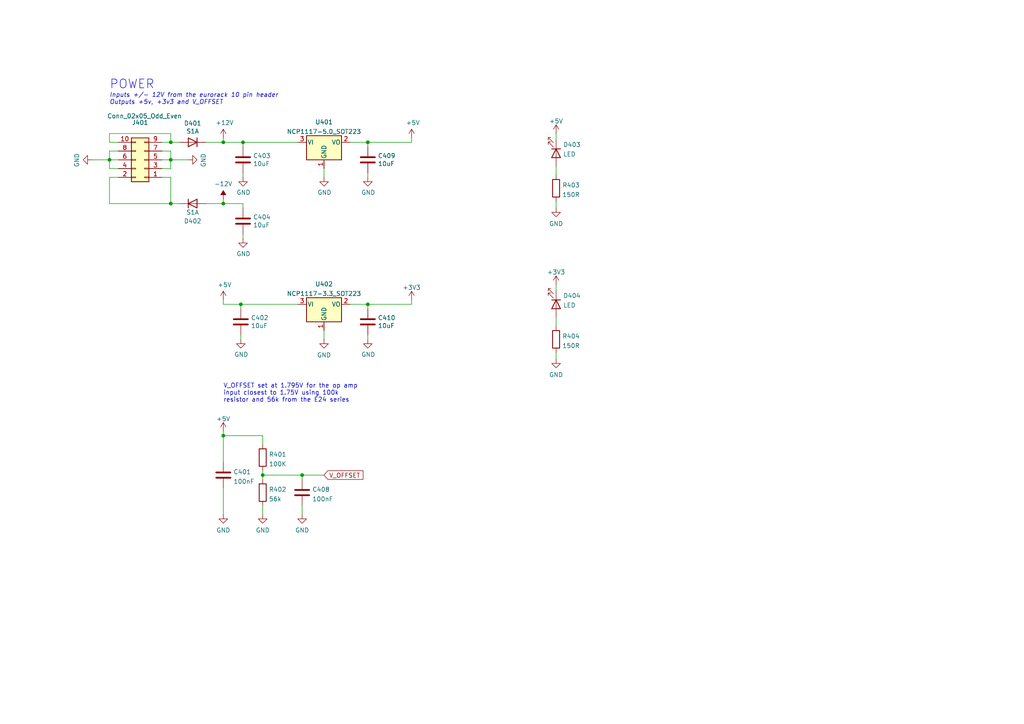
<source format=kicad_sch>
(kicad_sch (version 20211123) (generator eeschema)
  (paper "A4")
  (lib_symbols
    (symbol "+5V_1" (power) (pin_names (offset 0))
      (property "Value" "+5V_1" (at 0 3.556 0))
      (symbol "+5V_1_0_1"
        (polyline (pts (xy -0.762 1.27) (xy 0 2.54)))
        (polyline (pts (xy 0 0) (xy 0 2.54)))
        (polyline (pts (xy 0 2.54) (xy 0.762 1.27)))
      )
      (symbol "+5V_1_1_1"
        (pin power_in line (at 0 0 90) (length 0) hide (name "+5V") (number "1"))
      )
    )
    (symbol "+5V_2" (power) (pin_names (offset 0))
      (property "Value" "+5V_2" (at 0 3.556 0))
      (symbol "+5V_2_0_1"
        (polyline (pts (xy -0.762 1.27) (xy 0 2.54)))
        (polyline (pts (xy 0 0) (xy 0 2.54)))
        (polyline (pts (xy 0 2.54) (xy 0.762 1.27)))
      )
      (symbol "+5V_2_1_1"
        (pin power_in line (at 0 0 90) (length 0) hide (name "+5V") (number "1"))
      )
    )
    (symbol "C_3" (pin_numbers hide) (pin_names (offset 0.254))
      (property "Reference" "C" (at 0.635 2.54 0))
      (property "Value" "C_3" (at 0.635 -2.54 0))
      (symbol "C_3_0_1"
        (polyline (pts (xy -2.032 -0.762) (xy 2.032 -0.762)) (stroke (width 0.508)))
        (polyline (pts (xy -2.032 0.762) (xy 2.032 0.762)) (stroke (width 0.508)))
      )
      (symbol "C_3_1_1"
        (pin passive line (at 0 3.81 270) (length 2.794) (name "~") (number "1"))
        (pin passive line (at 0 -3.81 90) (length 2.794) (name "~") (number "2"))
      )
    )
    (symbol "Connector_Generic:Conn_02x05_Odd_Even" (pin_names (offset 1.016) hide)
      (property "Reference" "J" (at 1.27 7.62 0))
      (property "Value" "Connector_Generic_Conn_02x05_Odd_Even" (at 1.27 -7.62 0))
      (symbol "Conn_02x05_Odd_Even_1_1"
        (rectangle (start -1.27 -4.953) (end 0 -5.207) (stroke (width 0.1524)))
        (rectangle (start -1.27 -2.413) (end 0 -2.667) (stroke (width 0.1524)))
        (rectangle (start -1.27 0.127) (end 0 -0.127) (stroke (width 0.1524)))
        (rectangle (start -1.27 2.667) (end 0 2.413) (stroke (width 0.1524)))
        (rectangle (start -1.27 5.207) (end 0 4.953) (stroke (width 0.1524)))
        (rectangle (start -1.27 6.35) (end 3.81 -6.35) (stroke (width 0.254)) (fill (type background)))
        (rectangle (start 3.81 -4.953) (end 2.54 -5.207) (stroke (width 0.1524)))
        (rectangle (start 3.81 -2.413) (end 2.54 -2.667) (stroke (width 0.1524)))
        (rectangle (start 3.81 0.127) (end 2.54 -0.127) (stroke (width 0.1524)))
        (rectangle (start 3.81 2.667) (end 2.54 2.413) (stroke (width 0.1524)))
        (rectangle (start 3.81 5.207) (end 2.54 4.953) (stroke (width 0.1524)))
        (pin passive line (at -5.08 5.08 0) (length 3.81) (name "Pin_1") (number "1"))
        (pin passive line (at 7.62 -5.08 180) (length 3.81) (name "Pin_10") (number "10"))
        (pin passive line (at 7.62 5.08 180) (length 3.81) (name "Pin_2") (number "2"))
        (pin passive line (at -5.08 2.54 0) (length 3.81) (name "Pin_3") (number "3"))
        (pin passive line (at 7.62 2.54 180) (length 3.81) (name "Pin_4") (number "4"))
        (pin passive line (at -5.08 0 0) (length 3.81) (name "Pin_5") (number "5"))
        (pin passive line (at 7.62 0 180) (length 3.81) (name "Pin_6") (number "6"))
        (pin passive line (at -5.08 -2.54 0) (length 3.81) (name "Pin_7") (number "7"))
        (pin passive line (at 7.62 -2.54 180) (length 3.81) (name "Pin_8") (number "8"))
        (pin passive line (at -5.08 -5.08 0) (length 3.81) (name "Pin_9") (number "9"))
      )
    )
    (symbol "Device:C" (pin_numbers hide) (pin_names (offset 0.254))
      (property "Reference" "C" (at 0.635 2.54 0))
      (property "Value" "Device_C" (at 0.635 -2.54 0))
      (symbol "C_0_1"
        (polyline (pts (xy -2.032 -0.762) (xy 2.032 -0.762)) (stroke (width 0.508)))
        (polyline (pts (xy -2.032 0.762) (xy 2.032 0.762)) (stroke (width 0.508)))
      )
      (symbol "C_1_1"
        (pin passive line (at 0 3.81 270) (length 2.794) (name "~") (number "1"))
        (pin passive line (at 0 -3.81 90) (length 2.794) (name "~") (number "2"))
      )
    )
    (symbol "Device:D" (pin_numbers hide) (pin_names (offset 1.016) hide)
      (property "Reference" "D" (at 0 2.54 0))
      (property "Value" "Device_D" (at 0 -2.54 0))
      (symbol "D_0_1"
        (polyline (pts (xy -1.27 1.27) (xy -1.27 -1.27)) (stroke (width 0.254)))
        (polyline (pts (xy 1.27 0) (xy -1.27 0)))
        (polyline (pts (xy 1.27 1.27) (xy 1.27 -1.27) (xy -1.27 0) (xy 1.27 1.27)) (stroke (width 0.254)))
      )
      (symbol "D_1_1"
        (pin passive line (at -3.81 0 0) (length 2.54) (name "K") (number "1"))
        (pin passive line (at 3.81 0 180) (length 2.54) (name "A") (number "2"))
      )
    )
    (symbol "Device:LED" (pin_numbers hide) (pin_names (offset 1.016) hide)
      (property "Reference" "D" (at 0 2.54 0))
      (property "Value" "LED" (at 0 -2.54 0))
      (symbol "LED_0_1"
        (polyline (pts (xy -1.27 -1.27) (xy -1.27 1.27)) (stroke (width 0.254)))
        (polyline (pts (xy -1.27 0) (xy 1.27 0)))
        (polyline (pts (xy 1.27 -1.27) (xy 1.27 1.27) (xy -1.27 0) (xy 1.27 -1.27)) (stroke (width 0.254)))
        (polyline (pts (xy -3.048 -0.762) (xy -4.572 -2.286) (xy -3.81 -2.286) (xy -4.572 -2.286) (xy -4.572 -1.524)))
        (polyline (pts (xy -1.778 -0.762) (xy -3.302 -2.286) (xy -2.54 -2.286) (xy -3.302 -2.286) (xy -3.302 -1.524)))
      )
      (symbol "LED_1_1"
        (pin passive line (at -3.81 0 0) (length 2.54) (name "K") (number "1"))
        (pin passive line (at 3.81 0 180) (length 2.54) (name "A") (number "2"))
      )
    )
    (symbol "Device:R" (pin_numbers hide) (pin_names (offset 0))
      (property "Reference" "R" (at 2.032 0 90))
      (property "Value" "R" (at 0 0 90))
      (symbol "R_0_1"
        (rectangle (start -1.016 -2.54) (end 1.016 2.54) (stroke (width 0.254)))
      )
      (symbol "R_1_1"
        (pin passive line (at 0 3.81 270) (length 1.27) (name "~") (number "1"))
        (pin passive line (at 0 -3.81 90) (length 1.27) (name "~") (number "2"))
      )
    )
    (symbol "GND_1" (power) (pin_names (offset 0))
      (property "Value" "GND_1" (at 0 -3.81 0))
      (symbol "GND_1_0_1"
        (polyline (pts (xy 0 0) (xy 0 -1.27) (xy 1.27 -1.27) (xy 0 -2.54) (xy -1.27 -1.27) (xy 0 -1.27)))
      )
      (symbol "GND_1_1_1"
        (pin power_in line (at 0 0 270) (length 0) hide (name "GND") (number "1"))
      )
    )
    (symbol "GND_14" (power) (pin_names (offset 0))
      (property "Value" "GND_14" (at 0 -3.81 0))
      (symbol "GND_14_0_1"
        (polyline (pts (xy 0 0) (xy 0 -1.27) (xy 1.27 -1.27) (xy 0 -2.54) (xy -1.27 -1.27) (xy 0 -1.27)))
      )
      (symbol "GND_14_1_1"
        (pin power_in line (at 0 0 270) (length 0) hide (name "GND") (number "1"))
      )
    )
    (symbol "GND_15" (power) (pin_names (offset 0))
      (property "Value" "GND_15" (at 0 -3.81 0))
      (symbol "GND_15_0_1"
        (polyline (pts (xy 0 0) (xy 0 -1.27) (xy 1.27 -1.27) (xy 0 -2.54) (xy -1.27 -1.27) (xy 0 -1.27)))
      )
      (symbol "GND_15_1_1"
        (pin power_in line (at 0 0 270) (length 0) hide (name "GND") (number "1"))
      )
    )
    (symbol "GND_16" (power) (pin_names (offset 0))
      (property "Value" "GND_16" (at 0 -3.81 0))
      (symbol "GND_16_0_1"
        (polyline (pts (xy 0 0) (xy 0 -1.27) (xy 1.27 -1.27) (xy 0 -2.54) (xy -1.27 -1.27) (xy 0 -1.27)))
      )
      (symbol "GND_16_1_1"
        (pin power_in line (at 0 0 270) (length 0) hide (name "GND") (number "1"))
      )
    )
    (symbol "GND_6" (power) (pin_names (offset 0))
      (property "Value" "GND_6" (at 0 -3.81 0))
      (symbol "GND_6_0_1"
        (polyline (pts (xy 0 0) (xy 0 -1.27) (xy 1.27 -1.27) (xy 0 -2.54) (xy -1.27 -1.27) (xy 0 -1.27)))
      )
      (symbol "GND_6_1_1"
        (pin power_in line (at 0 0 270) (length 0) hide (name "GND") (number "1"))
      )
    )
    (symbol "Regulator_Linear:NCP1117-3.3_SOT223" (pin_names (offset 0.254))
      (property "Reference" "U" (at -3.81 3.175 0))
      (property "Value" "NCP1117-3.3_SOT223" (at 0 3.175 0))
      (symbol "NCP1117-3.3_SOT223_0_1"
        (rectangle (start -5.08 -5.08) (end 5.08 1.905) (stroke (width 0.254)) (fill (type background)))
      )
      (symbol "NCP1117-3.3_SOT223_1_1"
        (pin power_in line (at 0 -7.62 90) (length 2.54) (name "GND") (number "1"))
        (pin power_out line (at 7.62 0 180) (length 2.54) (name "VO") (number "2"))
        (pin power_in line (at -7.62 0 0) (length 2.54) (name "VI") (number "3"))
      )
    )
    (symbol "Regulator_Linear:NCP1117-5.0_SOT223" (pin_names (offset 0.254))
      (property "Reference" "U" (at -3.81 3.175 0))
      (property "Value" "NCP1117-5.0_SOT223" (at 0 3.175 0))
      (symbol "NCP1117-5.0_SOT223_0_1"
        (rectangle (start -5.08 -5.08) (end 5.08 1.905) (stroke (width 0.254)) (fill (type background)))
      )
      (symbol "NCP1117-5.0_SOT223_1_1"
        (pin power_in line (at 0 -7.62 90) (length 2.54) (name "GND") (number "1"))
        (pin power_out line (at 7.62 0 180) (length 2.54) (name "VO") (number "2"))
        (pin power_in line (at -7.62 0 0) (length 2.54) (name "VI") (number "3"))
      )
    )
    (symbol "power:+12V" (power) (pin_names (offset 0))
      (property "Value" "power_+12V" (at 0 3.556 0))
      (symbol "+12V_0_1"
        (polyline (pts (xy -0.762 1.27) (xy 0 2.54)))
        (polyline (pts (xy 0 0) (xy 0 2.54)))
        (polyline (pts (xy 0 2.54) (xy 0.762 1.27)))
      )
      (symbol "+12V_1_1"
        (pin power_in line (at 0 0 90) (length 0) hide (name "+12V") (number "1"))
      )
    )
    (symbol "power:+3V3" (power) (pin_names (offset 0))
      (property "Value" "+3V3" (at 0 3.556 0))
      (symbol "+3V3_0_1"
        (polyline (pts (xy -0.762 1.27) (xy 0 2.54)))
        (polyline (pts (xy 0 0) (xy 0 2.54)))
        (polyline (pts (xy 0 2.54) (xy 0.762 1.27)))
      )
      (symbol "+3V3_1_1"
        (pin power_in line (at 0 0 90) (length 0) hide (name "+3V3") (number "1"))
      )
    )
    (symbol "power:+5V" (power) (pin_names (offset 0))
      (property "Value" "power_+5V" (at 0 3.556 0))
      (symbol "+5V_0_1"
        (polyline (pts (xy -0.762 1.27) (xy 0 2.54)))
        (polyline (pts (xy 0 0) (xy 0 2.54)))
        (polyline (pts (xy 0 2.54) (xy 0.762 1.27)))
      )
      (symbol "+5V_1_1"
        (pin power_in line (at 0 0 90) (length 0) hide (name "+5V") (number "1"))
      )
    )
    (symbol "power:-12V" (power) (pin_names (offset 0))
      (property "Value" "power_-12V" (at 0 3.81 0))
      (symbol "-12V_0_0"
        (pin power_in line (at 0 0 90) (length 0) hide (name "-12V") (number "1"))
      )
      (symbol "-12V_0_1"
        (polyline (pts (xy 0 0) (xy 0 1.27) (xy 0.762 1.27) (xy 0 2.54) (xy -0.762 1.27) (xy 0 1.27)) (fill (type outline)))
      )
    )
    (symbol "power:GND" (power) (pin_names (offset 0))
      (property "Value" "power_GND" (at 0 -3.81 0))
      (symbol "GND_0_1"
        (polyline (pts (xy 0 0) (xy 0 -1.27) (xy 1.27 -1.27) (xy 0 -2.54) (xy -1.27 -1.27) (xy 0 -1.27)))
      )
      (symbol "GND_1_1"
        (pin power_in line (at 0 0 270) (length 0) hide (name "GND") (number "1"))
      )
    )
  )
  (junction (at 76.2 137.795))
  (junction (at 87.63 137.795))
  (junction (at 64.77 41.275))
  (junction (at 69.85 88.265))
  (junction (at 64.77 59.055))
  (junction (at 31.75 46.355))
  (junction (at 106.68 41.275))
  (junction (at 70.485 41.275))
  (junction (at 49.53 41.275))
  (junction (at 106.68 88.265))
  (junction (at 49.53 46.355))
  (junction (at 49.53 59.055))
  (junction (at 64.77 126.365))
  (wire (pts (xy 70.485 60.325) (xy 70.485 59.055)))
  (wire (pts (xy 70.485 41.275) (xy 86.36 41.275)))
  (wire (pts (xy 64.77 141.605) (xy 64.77 149.225)))
  (wire (pts (xy 106.68 98.425) (xy 106.68 97.155)))
  (wire (pts (xy 64.77 126.365) (xy 76.2 126.365)))
  (wire (pts (xy 64.77 125.095) (xy 64.77 126.365)))
  (wire (pts (xy 64.77 57.785) (xy 64.77 59.055)))
  (wire (pts (xy 64.77 40.005) (xy 64.77 41.275)))
  (wire (pts (xy 31.75 48.895) (xy 34.29 48.895)))
  (wire (pts (xy 31.75 43.815) (xy 34.29 43.815)))
  (wire (pts (xy 64.77 59.055) (xy 70.485 59.055)))
  (wire (pts (xy 64.77 126.365) (xy 64.77 133.985)))
  (wire (pts (xy 46.99 51.435) (xy 49.53 51.435)))
  (wire (pts (xy 69.85 98.425) (xy 69.85 97.155)))
  (wire (pts (xy 101.6 88.265) (xy 106.68 88.265)))
  (wire (pts (xy 69.85 88.265) (xy 86.36 88.265)))
  (wire (pts (xy 46.99 46.355) (xy 49.53 46.355)))
  (wire (pts (xy 26.67 46.355) (xy 31.75 46.355)))
  (wire (pts (xy 49.53 59.055) (xy 52.07 59.055)))
  (wire (pts (xy 64.77 41.275) (xy 70.485 41.275)))
  (wire (pts (xy 161.29 58.42) (xy 161.29 60.325)))
  (wire (pts (xy 119.38 86.995) (xy 119.38 88.265)))
  (wire (pts (xy 161.29 38.735) (xy 161.29 40.64)))
  (wire (pts (xy 31.75 51.435) (xy 31.75 59.055)))
  (wire (pts (xy 106.68 88.265) (xy 119.38 88.265)))
  (wire (pts (xy 31.75 59.055) (xy 49.53 59.055)))
  (wire (pts (xy 31.75 38.735) (xy 49.53 38.735)))
  (wire (pts (xy 31.75 41.275) (xy 31.75 38.735)))
  (wire (pts (xy 76.2 137.795) (xy 87.63 137.795)))
  (wire (pts (xy 49.53 48.895) (xy 46.99 48.895)))
  (wire (pts (xy 76.2 137.795) (xy 76.2 139.065)))
  (wire (pts (xy 59.69 41.275) (xy 64.77 41.275)))
  (wire (pts (xy 46.99 41.275) (xy 49.53 41.275)))
  (wire (pts (xy 70.485 51.435) (xy 70.485 50.165)))
  (wire (pts (xy 161.29 48.26) (xy 161.29 50.8)))
  (wire (pts (xy 76.2 146.685) (xy 76.2 149.225)))
  (wire (pts (xy 70.485 69.215) (xy 70.485 67.945)))
  (wire (pts (xy 64.77 88.265) (xy 64.77 86.995)))
  (wire (pts (xy 76.2 128.905) (xy 76.2 126.365)))
  (wire (pts (xy 34.29 46.355) (xy 31.75 46.355)))
  (wire (pts (xy 93.98 48.895) (xy 93.98 51.435)))
  (wire (pts (xy 87.63 137.795) (xy 87.63 139.065)))
  (wire (pts (xy 31.75 46.355) (xy 31.75 48.895)))
  (wire (pts (xy 76.2 136.525) (xy 76.2 137.795)))
  (wire (pts (xy 34.29 51.435) (xy 31.75 51.435)))
  (wire (pts (xy 49.53 43.815) (xy 46.99 43.815)))
  (wire (pts (xy 49.53 59.055) (xy 49.53 51.435)))
  (wire (pts (xy 106.68 89.535) (xy 106.68 88.265)))
  (wire (pts (xy 70.485 42.545) (xy 70.485 41.275)))
  (wire (pts (xy 31.75 46.355) (xy 31.75 43.815)))
  (wire (pts (xy 161.29 102.235) (xy 161.29 104.14)))
  (wire (pts (xy 106.68 51.435) (xy 106.68 50.165)))
  (wire (pts (xy 119.38 41.275) (xy 119.38 40.005)))
  (wire (pts (xy 106.68 41.275) (xy 119.38 41.275)))
  (wire (pts (xy 87.63 146.685) (xy 87.63 149.225)))
  (wire (pts (xy 69.85 89.535) (xy 69.85 88.265)))
  (wire (pts (xy 49.53 38.735) (xy 49.53 41.275)))
  (wire (pts (xy 93.98 95.885) (xy 93.98 98.425)))
  (wire (pts (xy 34.29 41.275) (xy 31.75 41.275)))
  (wire (pts (xy 64.77 88.265) (xy 69.85 88.265)))
  (wire (pts (xy 49.53 41.275) (xy 52.07 41.275)))
  (wire (pts (xy 101.6 41.275) (xy 106.68 41.275)))
  (wire (pts (xy 161.29 82.55) (xy 161.29 84.455)))
  (wire (pts (xy 49.53 46.355) (xy 49.53 43.815)))
  (wire (pts (xy 161.29 92.075) (xy 161.29 94.615)))
  (wire (pts (xy 87.63 137.795) (xy 93.98 137.795)))
  (wire (pts (xy 59.69 59.055) (xy 64.77 59.055)))
  (wire (pts (xy 106.68 42.545) (xy 106.68 41.275)))
  (wire (pts (xy 49.53 46.355) (xy 49.53 48.895)))
  (wire (pts (xy 49.53 46.355) (xy 54.61 46.355)))
  (text "V_OFFSET set at 1.795V for the op amp\ninput closest to 1.75V using 100k\nresistor and 56k from the E24 series" (at 64.77 116.84 0) (effects (font (size 1.27 1.27)) (justify left bottom)))
  (text "POWER" (at 31.75 26.035 0) (effects (font (size 2.54 2.54)) (justify left bottom)))
  (text "Inputs +/- 12V from the eurorack 10 pin header\nOutputs +5v, +3v3 and V_OFFSET" (at 31.75 30.48 0) (effects (font (size 1.27 1.27) italic) (justify left bottom)))
  (global_label "V_OFFSET" (shape input) (at 93.98 137.795 0) (property "Intersheet References" "${INTERSHEET_REFS}" (effects hide)))
  (symbol (lib_id "Device:C") (at 106.68 93.345 0) (unit 1)
    (property "Reference" "C410" (at 109.601 92.1766 0) (effects (justify left)))
    (property "Value" "10uF" (at 109.601 94.488 0) (effects (justify left)))
    (property "Footprint" "Capacitor_SMD:C_0805_2012Metric_Pad1.18x1.45mm_HandSolder" (effects hide))
  )
  (symbol (lib_id "Device:R") (at 76.2 142.875 0) (unit 1)
    (property "Reference" "R402" (at 77.978 141.9665 0) (effects (justify left)))
    (property "Value" "56k" (at 77.978 144.7416 0) (effects (justify left)))
    (property "Footprint" "Resistor_SMD:R_0805_2012Metric_Pad1.20x1.40mm_HandSolder" (effects hide))
  )
  (symbol (lib_id "Device:LED") (at 161.29 44.45 270) (unit 1)
    (property "Reference" "D403" (at 163.322 41.954 90) (effects (justify left)))
    (property "Value" "LED" (at 163.322 44.7291 90) (effects (justify left)))
    (property "Footprint" "LED_SMD:LED_0805_2012Metric_Pad1.15x1.40mm_HandSolder" (effects hide))
  )
  (symbol (lib_id "Device:C") (at 70.485 46.355 0) (unit 1)
    (property "Reference" "C403" (at 73.406 45.1866 0) (effects (justify left)))
    (property "Value" "10uF" (at 73.406 47.498 0) (effects (justify left)))
    (property "Footprint" "Capacitor_SMD:C_0805_2012Metric_Pad1.18x1.45mm_HandSolder" (effects hide))
  )
  (symbol (lib_id "Connector_Generic:Conn_02x05_Odd_Even") (at 41.91 46.355 180) (unit 1)
    (property "Reference" "J401" (at 40.64 35.56 0))
    (property "Value" "Conn_02x05_Odd_Even" (at 41.91 33.655 0))
    (property "Footprint" "Connector_IDC:IDC-Header_2x05_P2.54mm_Horizontal" (effects hide))
  )
  (symbol (lib_id "power:+3V3") (at 119.38 86.995 0) (unit 1)
    (property "Reference" "#PWR0423" (effects hide))
    (property "Value" "+3V3" (at 119.38 83.3905 0))
  )
  (symbol (lib_name "GND_15") (lib_id "power:GND") (at 64.77 149.225 0) (unit 1)
    (property "Reference" "#PWR0407" (effects hide))
    (property "Value" "GND" (at 64.77 153.7875 0))
  )
  (symbol (lib_id "Regulator_Linear:NCP1117-5.0_SOT223") (at 93.98 41.275 0) (unit 1)
    (property "Reference" "U401" (at 93.98 35.4035 0))
    (property "Value" "NCP1117-5.0_SOT223" (at 93.98 38.1786 0))
    (property "Footprint" "Package_TO_SOT_SMD:SOT-223-3_TabPin2" (effects hide))
    (property "Datasheet" "http://www.onsemi.com/pub_link/Collateral/NCP1117-D.PDF" (effects hide))
  )
  (symbol (lib_name "GND_16") (lib_id "power:GND") (at 87.63 149.225 0) (unit 1)
    (property "Reference" "#PWR0415" (effects hide))
    (property "Value" "GND" (at 87.63 153.7875 0))
  )
  (symbol (lib_name "C_3") (lib_id "Device:C") (at 64.77 137.795 0) (unit 1)
    (property "Reference" "C401" (at 67.691 136.8865 0) (effects (justify left)))
    (property "Value" "100nF" (at 67.691 139.6616 0) (effects (justify left)))
    (property "Footprint" "Capacitor_SMD:C_0805_2012Metric_Pad1.18x1.45mm_HandSolder" (effects hide))
  )
  (symbol (lib_id "power:GND") (at 106.68 51.435 0) (unit 1)
    (property "Reference" "#PWR0418" (effects hide))
    (property "Value" "GND" (at 106.807 55.8292 0))
  )
  (symbol (lib_id "Device:R") (at 161.29 98.425 0) (unit 1)
    (property "Reference" "R404" (at 163.068 97.5165 0) (effects (justify left)))
    (property "Value" "150R" (at 163.068 100.2916 0) (effects (justify left)))
    (property "Footprint" "Resistor_SMD:R_0805_2012Metric_Pad1.20x1.40mm_HandSolder" (effects hide))
  )
  (symbol (lib_id "power:+5V") (at 119.38 40.005 0) (unit 1)
    (property "Reference" "#PWR0422" (effects hide))
    (property "Value" "+5V" (at 119.761 35.6108 0))
  )
  (symbol (lib_id "power:+3V3") (at 161.29 82.55 0) (unit 1)
    (property "Reference" "#PWR0141" (effects hide))
    (property "Value" "+3V3" (at 161.29 78.9455 0))
  )
  (symbol (lib_id "power:GND") (at 69.85 98.425 0) (unit 1)
    (property "Reference" "#PWR0408" (effects hide))
    (property "Value" "GND" (at 69.977 102.8192 0))
  )
  (symbol (lib_id "power:+12V") (at 64.77 40.005 0) (unit 1)
    (property "Reference" "#PWR0403" (effects hide))
    (property "Value" "+12V" (at 65.151 35.6108 0))
  )
  (symbol (lib_id "Device:C") (at 69.85 93.345 0) (unit 1)
    (property "Reference" "C402" (at 72.771 92.1766 0) (effects (justify left)))
    (property "Value" "10uF" (at 72.771 94.488 0) (effects (justify left)))
    (property "Footprint" "Capacitor_SMD:C_0805_2012Metric_Pad1.18x1.45mm_HandSolder" (effects hide))
  )
  (symbol (lib_id "power:+5V") (at 64.77 86.995 0) (unit 1)
    (property "Reference" "#PWR0405" (effects hide))
    (property "Value" "+5V" (at 65.151 82.6008 0))
  )
  (symbol (lib_id "Device:D") (at 55.88 41.275 180) (unit 1)
    (property "Reference" "D401" (at 55.88 35.7632 0))
    (property "Value" "S1A" (at 55.88 38.0746 0))
    (property "Footprint" "Diode_SMD:D_SMA" (effects hide))
  )
  (symbol (lib_name "+5V_1") (lib_id "power:+5V") (at 161.29 38.735 0) (unit 1)
    (property "Reference" "#PWR0139" (effects hide))
    (property "Value" "+5V" (at 161.29 35.1305 0))
  )
  (symbol (lib_id "power:GND") (at 70.485 69.215 0) (unit 1)
    (property "Reference" "#PWR0410" (effects hide))
    (property "Value" "GND" (at 70.612 73.6092 0))
  )
  (symbol (lib_name "GND_14") (lib_id "power:GND") (at 76.2 149.225 0) (unit 1)
    (property "Reference" "#PWR0411" (effects hide))
    (property "Value" "GND" (at 76.2 153.7875 0))
  )
  (symbol (lib_id "Regulator_Linear:NCP1117-3.3_SOT223") (at 93.98 88.265 0) (unit 1)
    (property "Reference" "U402" (at 93.98 82.3935 0))
    (property "Value" "NCP1117-3.3_SOT223" (at 93.98 85.1686 0))
    (property "Footprint" "Package_TO_SOT_SMD:SOT-223-3_TabPin2" (effects hide))
    (property "Datasheet" "http://www.onsemi.com/pub_link/Collateral/NCP1117-D.PDF" (effects hide))
  )
  (symbol (lib_id "Device:C") (at 70.485 64.135 0) (unit 1)
    (property "Reference" "C404" (at 73.406 62.9666 0) (effects (justify left)))
    (property "Value" "10uF" (at 73.406 65.278 0) (effects (justify left)))
    (property "Footprint" "Capacitor_SMD:C_0805_2012Metric_Pad1.18x1.45mm_HandSolder" (effects hide))
  )
  (symbol (lib_id "Device:R") (at 161.29 54.61 0) (unit 1)
    (property "Reference" "R403" (at 163.068 53.7015 0) (effects (justify left)))
    (property "Value" "150R" (at 163.068 56.4766 0) (effects (justify left)))
    (property "Footprint" "Resistor_SMD:R_0805_2012Metric_Pad1.20x1.40mm_HandSolder" (effects hide))
  )
  (symbol (lib_id "power:GND") (at 70.485 51.435 0) (unit 1)
    (property "Reference" "#PWR0409" (effects hide))
    (property "Value" "GND" (at 70.612 55.8292 0))
  )
  (symbol (lib_name "C_3") (lib_id "Device:C") (at 87.63 142.875 0) (unit 1)
    (property "Reference" "C408" (at 90.551 141.9665 0) (effects (justify left)))
    (property "Value" "100nF" (at 90.551 144.7416 0) (effects (justify left)))
    (property "Footprint" "Capacitor_SMD:C_0805_2012Metric_Pad1.18x1.45mm_HandSolder" (effects hide))
  )
  (symbol (lib_id "Device:C") (at 106.68 46.355 0) (unit 1)
    (property "Reference" "C409" (at 109.601 45.1866 0) (effects (justify left)))
    (property "Value" "10uF" (at 109.601 47.498 0) (effects (justify left)))
    (property "Footprint" "Capacitor_SMD:C_0805_2012Metric_Pad1.18x1.45mm_HandSolder" (effects hide))
  )
  (symbol (lib_name "GND_6") (lib_id "power:GND") (at 93.98 98.425 0) (unit 1)
    (property "Reference" "#PWR0417" (effects hide))
    (property "Value" "GND" (at 93.98 102.9875 0))
  )
  (symbol (lib_id "Device:LED") (at 161.29 88.265 270) (unit 1)
    (property "Reference" "D404" (at 163.322 85.769 90) (effects (justify left)))
    (property "Value" "LED" (at 163.322 88.5441 90) (effects (justify left)))
    (property "Footprint" "LED_SMD:LED_0805_2012Metric_Pad1.15x1.40mm_HandSolder" (effects hide))
  )
  (symbol (lib_name "+5V_2") (lib_id "power:+5V") (at 64.77 125.095 0) (unit 1)
    (property "Reference" "#PWR0406" (effects hide))
    (property "Value" "+5V" (at 64.77 121.4905 0))
  )
  (symbol (lib_id "power:GND") (at 106.68 98.425 0) (unit 1)
    (property "Reference" "#PWR0419" (effects hide))
    (property "Value" "GND" (at 106.807 102.8192 0))
  )
  (symbol (lib_id "power:GND") (at 54.61 46.355 90) (mirror x) (unit 1)
    (property "Reference" "#PWR0402" (effects hide))
    (property "Value" "GND" (at 59.0042 46.482 0))
  )
  (symbol (lib_name "GND_1") (lib_id "power:GND") (at 161.29 104.14 0) (unit 1)
    (property "Reference" "#PWR0140" (effects hide))
    (property "Value" "GND" (at 161.29 108.7025 0))
  )
  (symbol (lib_id "power:GND") (at 93.98 51.435 0) (unit 1)
    (property "Reference" "#PWR0416" (effects hide))
    (property "Value" "GND" (at 94.107 55.8292 0))
  )
  (symbol (lib_id "Device:R") (at 76.2 132.715 0) (unit 1)
    (property "Reference" "R401" (at 77.978 131.8065 0) (effects (justify left)))
    (property "Value" "100K" (at 77.978 134.5816 0) (effects (justify left)))
    (property "Footprint" "Resistor_SMD:R_0805_2012Metric_Pad1.20x1.40mm_HandSolder" (effects hide))
  )
  (symbol (lib_id "power:-12V") (at 64.77 57.785 0) (unit 1)
    (property "Reference" "#PWR0404" (effects hide))
    (property "Value" "-12V" (at 64.77 53.34 0))
  )
  (symbol (lib_name "GND_1") (lib_id "power:GND") (at 161.29 60.325 0) (unit 1)
    (property "Reference" "#PWR0138" (effects hide))
    (property "Value" "GND" (at 161.29 64.8875 0))
  )
  (symbol (lib_id "Device:D") (at 55.88 59.055 0) (unit 1)
    (property "Reference" "D402" (at 55.88 64.135 0))
    (property "Value" "S1A" (at 55.88 61.595 0))
    (property "Footprint" "Diode_SMD:D_SMA" (effects hide))
  )
  (symbol (lib_id "power:GND") (at 26.67 46.355 270) (unit 1)
    (property "Reference" "#PWR0401" (effects hide))
    (property "Value" "GND" (at 22.2758 46.482 0))
  )
)
</source>
